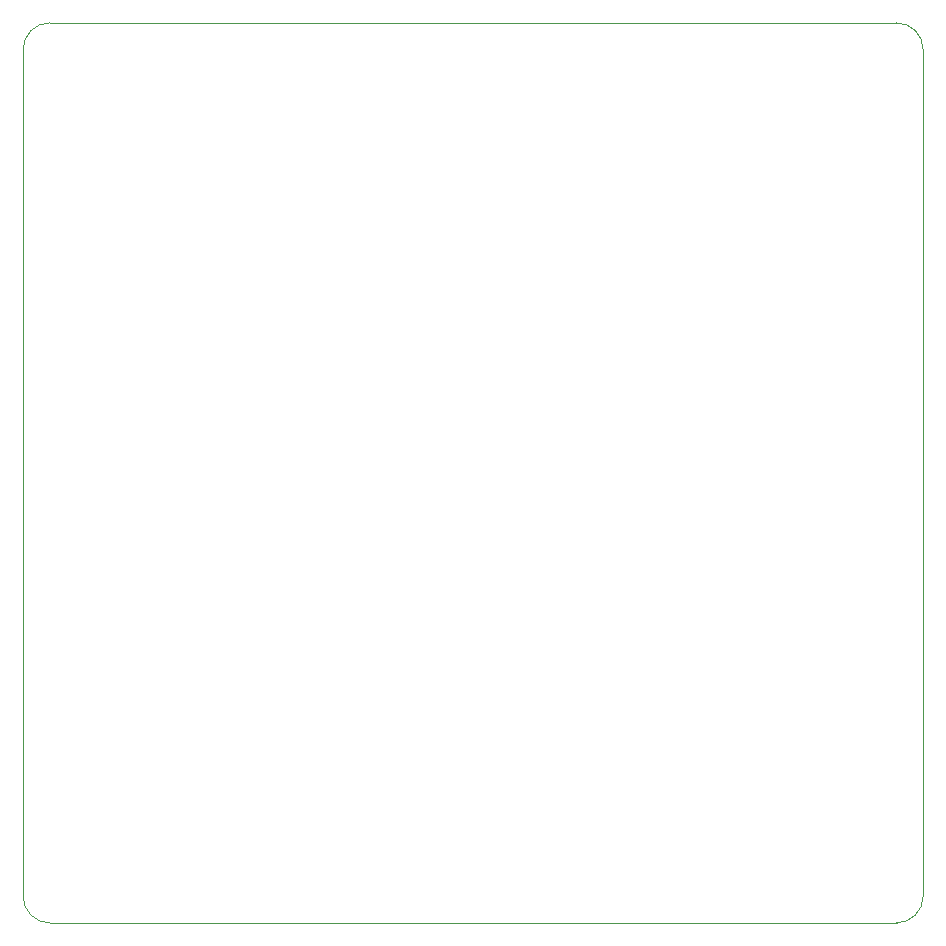
<source format=gm1>
G04 #@! TF.GenerationSoftware,KiCad,Pcbnew,(5.0.1)-3*
G04 #@! TF.CreationDate,2020-04-26T16:36:33+05:00*
G04 #@! TF.ProjectId,hybrid_plate,6879627269645F706C6174652E6B6963,rev?*
G04 #@! TF.SameCoordinates,Original*
G04 #@! TF.FileFunction,Profile,NP*
%FSLAX46Y46*%
G04 Gerber Fmt 4.6, Leading zero omitted, Abs format (unit mm)*
G04 Created by KiCad (PCBNEW (5.0.1)-3) date 26.04.2020 16:36:33*
%MOMM*%
%LPD*%
G01*
G04 APERTURE LIST*
%ADD10C,0.100000*%
G04 APERTURE END LIST*
D10*
X325320000Y-96890000D02*
G75*
G02X327570000Y-99140000I0J-2250000D01*
G01*
X327570000Y-170840000D02*
G75*
G02X325320000Y-173090000I-2250000J0D01*
G01*
X253620000Y-173090000D02*
G75*
G02X251370000Y-170840000I0J2250000D01*
G01*
X251370000Y-99140000D02*
G75*
G02X253620000Y-96890000I2250000J0D01*
G01*
X327570000Y-99140000D02*
X327570000Y-170840000D01*
X251370000Y-99140000D02*
X251370000Y-170840000D01*
X253620000Y-96890000D02*
X325320000Y-96890000D01*
X253620000Y-173090000D02*
X325320000Y-173090000D01*
M02*

</source>
